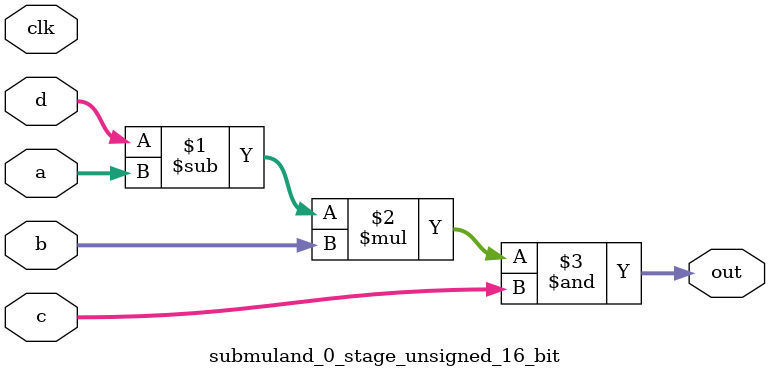
<source format=sv>
(* use_dsp = "yes" *) module submuland_0_stage_unsigned_16_bit(
	input  [15:0] a,
	input  [15:0] b,
	input  [15:0] c,
	input  [15:0] d,
	output [15:0] out,
	input clk);

	assign out = ((d - a) * b) & c;
endmodule

</source>
